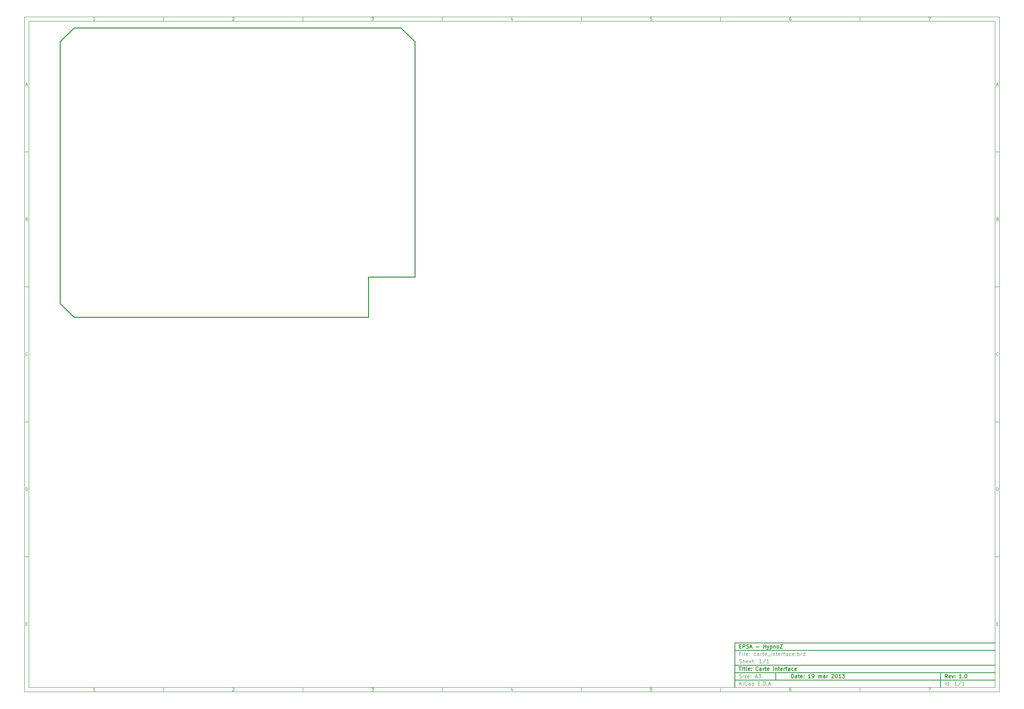
<source format=gbr>
G04 (created by PCBNEW-RS274X (2012-01-19 BZR 3256)-stable) date 19/03/2013 15:18:26*
G01*
G70*
G90*
%MOIN*%
G04 Gerber Fmt 3.4, Leading zero omitted, Abs format*
%FSLAX34Y34*%
G04 APERTURE LIST*
%ADD10C,0.006000*%
%ADD11C,0.012000*%
%ADD12C,0.015000*%
G04 APERTURE END LIST*
G54D10*
X04000Y-04000D02*
X161350Y-04000D01*
X161350Y-113000D01*
X04000Y-113000D01*
X04000Y-04000D01*
X04700Y-04700D02*
X160650Y-04700D01*
X160650Y-112300D01*
X04700Y-112300D01*
X04700Y-04700D01*
X26470Y-04000D02*
X26470Y-04700D01*
X15383Y-04552D02*
X15097Y-04552D01*
X15240Y-04552D02*
X15240Y-04052D01*
X15192Y-04124D01*
X15145Y-04171D01*
X15097Y-04195D01*
X26470Y-113000D02*
X26470Y-112300D01*
X15383Y-112852D02*
X15097Y-112852D01*
X15240Y-112852D02*
X15240Y-112352D01*
X15192Y-112424D01*
X15145Y-112471D01*
X15097Y-112495D01*
X48940Y-04000D02*
X48940Y-04700D01*
X37567Y-04100D02*
X37591Y-04076D01*
X37639Y-04052D01*
X37758Y-04052D01*
X37805Y-04076D01*
X37829Y-04100D01*
X37853Y-04148D01*
X37853Y-04195D01*
X37829Y-04267D01*
X37543Y-04552D01*
X37853Y-04552D01*
X48940Y-113000D02*
X48940Y-112300D01*
X37567Y-112400D02*
X37591Y-112376D01*
X37639Y-112352D01*
X37758Y-112352D01*
X37805Y-112376D01*
X37829Y-112400D01*
X37853Y-112448D01*
X37853Y-112495D01*
X37829Y-112567D01*
X37543Y-112852D01*
X37853Y-112852D01*
X71410Y-04000D02*
X71410Y-04700D01*
X60013Y-04052D02*
X60323Y-04052D01*
X60156Y-04243D01*
X60228Y-04243D01*
X60275Y-04267D01*
X60299Y-04290D01*
X60323Y-04338D01*
X60323Y-04457D01*
X60299Y-04505D01*
X60275Y-04529D01*
X60228Y-04552D01*
X60085Y-04552D01*
X60037Y-04529D01*
X60013Y-04505D01*
X71410Y-113000D02*
X71410Y-112300D01*
X60013Y-112352D02*
X60323Y-112352D01*
X60156Y-112543D01*
X60228Y-112543D01*
X60275Y-112567D01*
X60299Y-112590D01*
X60323Y-112638D01*
X60323Y-112757D01*
X60299Y-112805D01*
X60275Y-112829D01*
X60228Y-112852D01*
X60085Y-112852D01*
X60037Y-112829D01*
X60013Y-112805D01*
X93880Y-04000D02*
X93880Y-04700D01*
X82745Y-04219D02*
X82745Y-04552D01*
X82626Y-04029D02*
X82507Y-04386D01*
X82817Y-04386D01*
X93880Y-113000D02*
X93880Y-112300D01*
X82745Y-112519D02*
X82745Y-112852D01*
X82626Y-112329D02*
X82507Y-112686D01*
X82817Y-112686D01*
X116350Y-04000D02*
X116350Y-04700D01*
X105239Y-04052D02*
X105001Y-04052D01*
X104977Y-04290D01*
X105001Y-04267D01*
X105049Y-04243D01*
X105168Y-04243D01*
X105215Y-04267D01*
X105239Y-04290D01*
X105263Y-04338D01*
X105263Y-04457D01*
X105239Y-04505D01*
X105215Y-04529D01*
X105168Y-04552D01*
X105049Y-04552D01*
X105001Y-04529D01*
X104977Y-04505D01*
X116350Y-113000D02*
X116350Y-112300D01*
X105239Y-112352D02*
X105001Y-112352D01*
X104977Y-112590D01*
X105001Y-112567D01*
X105049Y-112543D01*
X105168Y-112543D01*
X105215Y-112567D01*
X105239Y-112590D01*
X105263Y-112638D01*
X105263Y-112757D01*
X105239Y-112805D01*
X105215Y-112829D01*
X105168Y-112852D01*
X105049Y-112852D01*
X105001Y-112829D01*
X104977Y-112805D01*
X138820Y-04000D02*
X138820Y-04700D01*
X127685Y-04052D02*
X127590Y-04052D01*
X127542Y-04076D01*
X127519Y-04100D01*
X127471Y-04171D01*
X127447Y-04267D01*
X127447Y-04457D01*
X127471Y-04505D01*
X127495Y-04529D01*
X127542Y-04552D01*
X127638Y-04552D01*
X127685Y-04529D01*
X127709Y-04505D01*
X127733Y-04457D01*
X127733Y-04338D01*
X127709Y-04290D01*
X127685Y-04267D01*
X127638Y-04243D01*
X127542Y-04243D01*
X127495Y-04267D01*
X127471Y-04290D01*
X127447Y-04338D01*
X138820Y-113000D02*
X138820Y-112300D01*
X127685Y-112352D02*
X127590Y-112352D01*
X127542Y-112376D01*
X127519Y-112400D01*
X127471Y-112471D01*
X127447Y-112567D01*
X127447Y-112757D01*
X127471Y-112805D01*
X127495Y-112829D01*
X127542Y-112852D01*
X127638Y-112852D01*
X127685Y-112829D01*
X127709Y-112805D01*
X127733Y-112757D01*
X127733Y-112638D01*
X127709Y-112590D01*
X127685Y-112567D01*
X127638Y-112543D01*
X127542Y-112543D01*
X127495Y-112567D01*
X127471Y-112590D01*
X127447Y-112638D01*
X149893Y-04052D02*
X150227Y-04052D01*
X150012Y-04552D01*
X149893Y-112352D02*
X150227Y-112352D01*
X150012Y-112852D01*
X04000Y-25800D02*
X04700Y-25800D01*
X04231Y-14960D02*
X04469Y-14960D01*
X04184Y-15102D02*
X04350Y-14602D01*
X04517Y-15102D01*
X161350Y-25800D02*
X160650Y-25800D01*
X160881Y-14960D02*
X161119Y-14960D01*
X160834Y-15102D02*
X161000Y-14602D01*
X161167Y-15102D01*
X04000Y-47600D02*
X04700Y-47600D01*
X04386Y-36640D02*
X04457Y-36664D01*
X04481Y-36688D01*
X04505Y-36736D01*
X04505Y-36807D01*
X04481Y-36855D01*
X04457Y-36879D01*
X04410Y-36902D01*
X04219Y-36902D01*
X04219Y-36402D01*
X04386Y-36402D01*
X04433Y-36426D01*
X04457Y-36450D01*
X04481Y-36498D01*
X04481Y-36545D01*
X04457Y-36593D01*
X04433Y-36617D01*
X04386Y-36640D01*
X04219Y-36640D01*
X161350Y-47600D02*
X160650Y-47600D01*
X161036Y-36640D02*
X161107Y-36664D01*
X161131Y-36688D01*
X161155Y-36736D01*
X161155Y-36807D01*
X161131Y-36855D01*
X161107Y-36879D01*
X161060Y-36902D01*
X160869Y-36902D01*
X160869Y-36402D01*
X161036Y-36402D01*
X161083Y-36426D01*
X161107Y-36450D01*
X161131Y-36498D01*
X161131Y-36545D01*
X161107Y-36593D01*
X161083Y-36617D01*
X161036Y-36640D01*
X160869Y-36640D01*
X04000Y-69400D02*
X04700Y-69400D01*
X04505Y-58655D02*
X04481Y-58679D01*
X04410Y-58702D01*
X04362Y-58702D01*
X04290Y-58679D01*
X04243Y-58631D01*
X04219Y-58583D01*
X04195Y-58488D01*
X04195Y-58417D01*
X04219Y-58321D01*
X04243Y-58274D01*
X04290Y-58226D01*
X04362Y-58202D01*
X04410Y-58202D01*
X04481Y-58226D01*
X04505Y-58250D01*
X161350Y-69400D02*
X160650Y-69400D01*
X161155Y-58655D02*
X161131Y-58679D01*
X161060Y-58702D01*
X161012Y-58702D01*
X160940Y-58679D01*
X160893Y-58631D01*
X160869Y-58583D01*
X160845Y-58488D01*
X160845Y-58417D01*
X160869Y-58321D01*
X160893Y-58274D01*
X160940Y-58226D01*
X161012Y-58202D01*
X161060Y-58202D01*
X161131Y-58226D01*
X161155Y-58250D01*
X04000Y-91200D02*
X04700Y-91200D01*
X04219Y-80502D02*
X04219Y-80002D01*
X04338Y-80002D01*
X04410Y-80026D01*
X04457Y-80074D01*
X04481Y-80121D01*
X04505Y-80217D01*
X04505Y-80288D01*
X04481Y-80383D01*
X04457Y-80431D01*
X04410Y-80479D01*
X04338Y-80502D01*
X04219Y-80502D01*
X161350Y-91200D02*
X160650Y-91200D01*
X160869Y-80502D02*
X160869Y-80002D01*
X160988Y-80002D01*
X161060Y-80026D01*
X161107Y-80074D01*
X161131Y-80121D01*
X161155Y-80217D01*
X161155Y-80288D01*
X161131Y-80383D01*
X161107Y-80431D01*
X161060Y-80479D01*
X160988Y-80502D01*
X160869Y-80502D01*
X04243Y-102040D02*
X04410Y-102040D01*
X04481Y-102302D02*
X04243Y-102302D01*
X04243Y-101802D01*
X04481Y-101802D01*
X160893Y-102040D02*
X161060Y-102040D01*
X161131Y-102302D02*
X160893Y-102302D01*
X160893Y-101802D01*
X161131Y-101802D01*
G54D11*
X127793Y-110743D02*
X127793Y-110143D01*
X127936Y-110143D01*
X128021Y-110171D01*
X128079Y-110229D01*
X128107Y-110286D01*
X128136Y-110400D01*
X128136Y-110486D01*
X128107Y-110600D01*
X128079Y-110657D01*
X128021Y-110714D01*
X127936Y-110743D01*
X127793Y-110743D01*
X128650Y-110743D02*
X128650Y-110429D01*
X128621Y-110371D01*
X128564Y-110343D01*
X128450Y-110343D01*
X128393Y-110371D01*
X128650Y-110714D02*
X128593Y-110743D01*
X128450Y-110743D01*
X128393Y-110714D01*
X128364Y-110657D01*
X128364Y-110600D01*
X128393Y-110543D01*
X128450Y-110514D01*
X128593Y-110514D01*
X128650Y-110486D01*
X128850Y-110343D02*
X129079Y-110343D01*
X128936Y-110143D02*
X128936Y-110657D01*
X128964Y-110714D01*
X129022Y-110743D01*
X129079Y-110743D01*
X129507Y-110714D02*
X129450Y-110743D01*
X129336Y-110743D01*
X129279Y-110714D01*
X129250Y-110657D01*
X129250Y-110429D01*
X129279Y-110371D01*
X129336Y-110343D01*
X129450Y-110343D01*
X129507Y-110371D01*
X129536Y-110429D01*
X129536Y-110486D01*
X129250Y-110543D01*
X129793Y-110686D02*
X129821Y-110714D01*
X129793Y-110743D01*
X129764Y-110714D01*
X129793Y-110686D01*
X129793Y-110743D01*
X129793Y-110371D02*
X129821Y-110400D01*
X129793Y-110429D01*
X129764Y-110400D01*
X129793Y-110371D01*
X129793Y-110429D01*
X130850Y-110743D02*
X130507Y-110743D01*
X130679Y-110743D02*
X130679Y-110143D01*
X130622Y-110229D01*
X130564Y-110286D01*
X130507Y-110314D01*
X131135Y-110743D02*
X131250Y-110743D01*
X131307Y-110714D01*
X131335Y-110686D01*
X131393Y-110600D01*
X131421Y-110486D01*
X131421Y-110257D01*
X131393Y-110200D01*
X131364Y-110171D01*
X131307Y-110143D01*
X131193Y-110143D01*
X131135Y-110171D01*
X131107Y-110200D01*
X131078Y-110257D01*
X131078Y-110400D01*
X131107Y-110457D01*
X131135Y-110486D01*
X131193Y-110514D01*
X131307Y-110514D01*
X131364Y-110486D01*
X131393Y-110457D01*
X131421Y-110400D01*
X132135Y-110743D02*
X132135Y-110343D01*
X132135Y-110400D02*
X132163Y-110371D01*
X132221Y-110343D01*
X132306Y-110343D01*
X132363Y-110371D01*
X132392Y-110429D01*
X132392Y-110743D01*
X132392Y-110429D02*
X132421Y-110371D01*
X132478Y-110343D01*
X132563Y-110343D01*
X132621Y-110371D01*
X132649Y-110429D01*
X132649Y-110743D01*
X133192Y-110743D02*
X133192Y-110429D01*
X133163Y-110371D01*
X133106Y-110343D01*
X132992Y-110343D01*
X132935Y-110371D01*
X133192Y-110714D02*
X133135Y-110743D01*
X132992Y-110743D01*
X132935Y-110714D01*
X132906Y-110657D01*
X132906Y-110600D01*
X132935Y-110543D01*
X132992Y-110514D01*
X133135Y-110514D01*
X133192Y-110486D01*
X133478Y-110743D02*
X133478Y-110343D01*
X133478Y-110457D02*
X133506Y-110400D01*
X133535Y-110371D01*
X133592Y-110343D01*
X133649Y-110343D01*
X134277Y-110200D02*
X134306Y-110171D01*
X134363Y-110143D01*
X134506Y-110143D01*
X134563Y-110171D01*
X134592Y-110200D01*
X134620Y-110257D01*
X134620Y-110314D01*
X134592Y-110400D01*
X134249Y-110743D01*
X134620Y-110743D01*
X134991Y-110143D02*
X135048Y-110143D01*
X135105Y-110171D01*
X135134Y-110200D01*
X135163Y-110257D01*
X135191Y-110371D01*
X135191Y-110514D01*
X135163Y-110629D01*
X135134Y-110686D01*
X135105Y-110714D01*
X135048Y-110743D01*
X134991Y-110743D01*
X134934Y-110714D01*
X134905Y-110686D01*
X134877Y-110629D01*
X134848Y-110514D01*
X134848Y-110371D01*
X134877Y-110257D01*
X134905Y-110200D01*
X134934Y-110171D01*
X134991Y-110143D01*
X135762Y-110743D02*
X135419Y-110743D01*
X135591Y-110743D02*
X135591Y-110143D01*
X135534Y-110229D01*
X135476Y-110286D01*
X135419Y-110314D01*
X135962Y-110143D02*
X136333Y-110143D01*
X136133Y-110371D01*
X136219Y-110371D01*
X136276Y-110400D01*
X136305Y-110429D01*
X136333Y-110486D01*
X136333Y-110629D01*
X136305Y-110686D01*
X136276Y-110714D01*
X136219Y-110743D01*
X136047Y-110743D01*
X135990Y-110714D01*
X135962Y-110686D01*
G54D10*
X119393Y-111943D02*
X119393Y-111343D01*
X119736Y-111943D02*
X119479Y-111600D01*
X119736Y-111343D02*
X119393Y-111686D01*
X119993Y-111943D02*
X119993Y-111543D01*
X119993Y-111343D02*
X119964Y-111371D01*
X119993Y-111400D01*
X120021Y-111371D01*
X119993Y-111343D01*
X119993Y-111400D01*
X120622Y-111886D02*
X120593Y-111914D01*
X120507Y-111943D01*
X120450Y-111943D01*
X120365Y-111914D01*
X120307Y-111857D01*
X120279Y-111800D01*
X120250Y-111686D01*
X120250Y-111600D01*
X120279Y-111486D01*
X120307Y-111429D01*
X120365Y-111371D01*
X120450Y-111343D01*
X120507Y-111343D01*
X120593Y-111371D01*
X120622Y-111400D01*
X121136Y-111943D02*
X121136Y-111629D01*
X121107Y-111571D01*
X121050Y-111543D01*
X120936Y-111543D01*
X120879Y-111571D01*
X121136Y-111914D02*
X121079Y-111943D01*
X120936Y-111943D01*
X120879Y-111914D01*
X120850Y-111857D01*
X120850Y-111800D01*
X120879Y-111743D01*
X120936Y-111714D01*
X121079Y-111714D01*
X121136Y-111686D01*
X121679Y-111943D02*
X121679Y-111343D01*
X121679Y-111914D02*
X121622Y-111943D01*
X121508Y-111943D01*
X121450Y-111914D01*
X121422Y-111886D01*
X121393Y-111829D01*
X121393Y-111657D01*
X121422Y-111600D01*
X121450Y-111571D01*
X121508Y-111543D01*
X121622Y-111543D01*
X121679Y-111571D01*
X122422Y-111629D02*
X122622Y-111629D01*
X122708Y-111943D02*
X122422Y-111943D01*
X122422Y-111343D01*
X122708Y-111343D01*
X122965Y-111886D02*
X122993Y-111914D01*
X122965Y-111943D01*
X122936Y-111914D01*
X122965Y-111886D01*
X122965Y-111943D01*
X123251Y-111943D02*
X123251Y-111343D01*
X123394Y-111343D01*
X123479Y-111371D01*
X123537Y-111429D01*
X123565Y-111486D01*
X123594Y-111600D01*
X123594Y-111686D01*
X123565Y-111800D01*
X123537Y-111857D01*
X123479Y-111914D01*
X123394Y-111943D01*
X123251Y-111943D01*
X123851Y-111886D02*
X123879Y-111914D01*
X123851Y-111943D01*
X123822Y-111914D01*
X123851Y-111886D01*
X123851Y-111943D01*
X124108Y-111771D02*
X124394Y-111771D01*
X124051Y-111943D02*
X124251Y-111343D01*
X124451Y-111943D01*
X124651Y-111886D02*
X124679Y-111914D01*
X124651Y-111943D01*
X124622Y-111914D01*
X124651Y-111886D01*
X124651Y-111943D01*
G54D11*
X152936Y-110743D02*
X152736Y-110457D01*
X152593Y-110743D02*
X152593Y-110143D01*
X152821Y-110143D01*
X152879Y-110171D01*
X152907Y-110200D01*
X152936Y-110257D01*
X152936Y-110343D01*
X152907Y-110400D01*
X152879Y-110429D01*
X152821Y-110457D01*
X152593Y-110457D01*
X153421Y-110714D02*
X153364Y-110743D01*
X153250Y-110743D01*
X153193Y-110714D01*
X153164Y-110657D01*
X153164Y-110429D01*
X153193Y-110371D01*
X153250Y-110343D01*
X153364Y-110343D01*
X153421Y-110371D01*
X153450Y-110429D01*
X153450Y-110486D01*
X153164Y-110543D01*
X153650Y-110343D02*
X153793Y-110743D01*
X153935Y-110343D01*
X154164Y-110686D02*
X154192Y-110714D01*
X154164Y-110743D01*
X154135Y-110714D01*
X154164Y-110686D01*
X154164Y-110743D01*
X154164Y-110371D02*
X154192Y-110400D01*
X154164Y-110429D01*
X154135Y-110400D01*
X154164Y-110371D01*
X154164Y-110429D01*
X155221Y-110743D02*
X154878Y-110743D01*
X155050Y-110743D02*
X155050Y-110143D01*
X154993Y-110229D01*
X154935Y-110286D01*
X154878Y-110314D01*
X155478Y-110686D02*
X155506Y-110714D01*
X155478Y-110743D01*
X155449Y-110714D01*
X155478Y-110686D01*
X155478Y-110743D01*
X155878Y-110143D02*
X155935Y-110143D01*
X155992Y-110171D01*
X156021Y-110200D01*
X156050Y-110257D01*
X156078Y-110371D01*
X156078Y-110514D01*
X156050Y-110629D01*
X156021Y-110686D01*
X155992Y-110714D01*
X155935Y-110743D01*
X155878Y-110743D01*
X155821Y-110714D01*
X155792Y-110686D01*
X155764Y-110629D01*
X155735Y-110514D01*
X155735Y-110371D01*
X155764Y-110257D01*
X155792Y-110200D01*
X155821Y-110171D01*
X155878Y-110143D01*
G54D10*
X119364Y-110714D02*
X119450Y-110743D01*
X119593Y-110743D01*
X119650Y-110714D01*
X119679Y-110686D01*
X119707Y-110629D01*
X119707Y-110571D01*
X119679Y-110514D01*
X119650Y-110486D01*
X119593Y-110457D01*
X119479Y-110429D01*
X119421Y-110400D01*
X119393Y-110371D01*
X119364Y-110314D01*
X119364Y-110257D01*
X119393Y-110200D01*
X119421Y-110171D01*
X119479Y-110143D01*
X119621Y-110143D01*
X119707Y-110171D01*
X119964Y-110743D02*
X119964Y-110343D01*
X119964Y-110143D02*
X119935Y-110171D01*
X119964Y-110200D01*
X119992Y-110171D01*
X119964Y-110143D01*
X119964Y-110200D01*
X120193Y-110343D02*
X120507Y-110343D01*
X120193Y-110743D01*
X120507Y-110743D01*
X120964Y-110714D02*
X120907Y-110743D01*
X120793Y-110743D01*
X120736Y-110714D01*
X120707Y-110657D01*
X120707Y-110429D01*
X120736Y-110371D01*
X120793Y-110343D01*
X120907Y-110343D01*
X120964Y-110371D01*
X120993Y-110429D01*
X120993Y-110486D01*
X120707Y-110543D01*
X121250Y-110686D02*
X121278Y-110714D01*
X121250Y-110743D01*
X121221Y-110714D01*
X121250Y-110686D01*
X121250Y-110743D01*
X121250Y-110371D02*
X121278Y-110400D01*
X121250Y-110429D01*
X121221Y-110400D01*
X121250Y-110371D01*
X121250Y-110429D01*
X121964Y-110571D02*
X122250Y-110571D01*
X121907Y-110743D02*
X122107Y-110143D01*
X122307Y-110743D01*
X122450Y-110143D02*
X122821Y-110143D01*
X122621Y-110371D01*
X122707Y-110371D01*
X122764Y-110400D01*
X122793Y-110429D01*
X122821Y-110486D01*
X122821Y-110629D01*
X122793Y-110686D01*
X122764Y-110714D01*
X122707Y-110743D01*
X122535Y-110743D01*
X122478Y-110714D01*
X122450Y-110686D01*
X152593Y-111943D02*
X152593Y-111343D01*
X153136Y-111943D02*
X153136Y-111343D01*
X153136Y-111914D02*
X153079Y-111943D01*
X152965Y-111943D01*
X152907Y-111914D01*
X152879Y-111886D01*
X152850Y-111829D01*
X152850Y-111657D01*
X152879Y-111600D01*
X152907Y-111571D01*
X152965Y-111543D01*
X153079Y-111543D01*
X153136Y-111571D01*
X153422Y-111886D02*
X153450Y-111914D01*
X153422Y-111943D01*
X153393Y-111914D01*
X153422Y-111886D01*
X153422Y-111943D01*
X153422Y-111571D02*
X153450Y-111600D01*
X153422Y-111629D01*
X153393Y-111600D01*
X153422Y-111571D01*
X153422Y-111629D01*
X154479Y-111943D02*
X154136Y-111943D01*
X154308Y-111943D02*
X154308Y-111343D01*
X154251Y-111429D01*
X154193Y-111486D01*
X154136Y-111514D01*
X155164Y-111314D02*
X154650Y-112086D01*
X155679Y-111943D02*
X155336Y-111943D01*
X155508Y-111943D02*
X155508Y-111343D01*
X155451Y-111429D01*
X155393Y-111486D01*
X155336Y-111514D01*
G54D11*
X119307Y-108943D02*
X119650Y-108943D01*
X119479Y-109543D02*
X119479Y-108943D01*
X119850Y-109543D02*
X119850Y-109143D01*
X119850Y-108943D02*
X119821Y-108971D01*
X119850Y-109000D01*
X119878Y-108971D01*
X119850Y-108943D01*
X119850Y-109000D01*
X120050Y-109143D02*
X120279Y-109143D01*
X120136Y-108943D02*
X120136Y-109457D01*
X120164Y-109514D01*
X120222Y-109543D01*
X120279Y-109543D01*
X120565Y-109543D02*
X120507Y-109514D01*
X120479Y-109457D01*
X120479Y-108943D01*
X121021Y-109514D02*
X120964Y-109543D01*
X120850Y-109543D01*
X120793Y-109514D01*
X120764Y-109457D01*
X120764Y-109229D01*
X120793Y-109171D01*
X120850Y-109143D01*
X120964Y-109143D01*
X121021Y-109171D01*
X121050Y-109229D01*
X121050Y-109286D01*
X120764Y-109343D01*
X121307Y-109486D02*
X121335Y-109514D01*
X121307Y-109543D01*
X121278Y-109514D01*
X121307Y-109486D01*
X121307Y-109543D01*
X121307Y-109171D02*
X121335Y-109200D01*
X121307Y-109229D01*
X121278Y-109200D01*
X121307Y-109171D01*
X121307Y-109229D01*
X122393Y-109486D02*
X122364Y-109514D01*
X122278Y-109543D01*
X122221Y-109543D01*
X122136Y-109514D01*
X122078Y-109457D01*
X122050Y-109400D01*
X122021Y-109286D01*
X122021Y-109200D01*
X122050Y-109086D01*
X122078Y-109029D01*
X122136Y-108971D01*
X122221Y-108943D01*
X122278Y-108943D01*
X122364Y-108971D01*
X122393Y-109000D01*
X122907Y-109543D02*
X122907Y-109229D01*
X122878Y-109171D01*
X122821Y-109143D01*
X122707Y-109143D01*
X122650Y-109171D01*
X122907Y-109514D02*
X122850Y-109543D01*
X122707Y-109543D01*
X122650Y-109514D01*
X122621Y-109457D01*
X122621Y-109400D01*
X122650Y-109343D01*
X122707Y-109314D01*
X122850Y-109314D01*
X122907Y-109286D01*
X123193Y-109543D02*
X123193Y-109143D01*
X123193Y-109257D02*
X123221Y-109200D01*
X123250Y-109171D01*
X123307Y-109143D01*
X123364Y-109143D01*
X123478Y-109143D02*
X123707Y-109143D01*
X123564Y-108943D02*
X123564Y-109457D01*
X123592Y-109514D01*
X123650Y-109543D01*
X123707Y-109543D01*
X124135Y-109514D02*
X124078Y-109543D01*
X123964Y-109543D01*
X123907Y-109514D01*
X123878Y-109457D01*
X123878Y-109229D01*
X123907Y-109171D01*
X123964Y-109143D01*
X124078Y-109143D01*
X124135Y-109171D01*
X124164Y-109229D01*
X124164Y-109286D01*
X123878Y-109343D01*
X124878Y-109543D02*
X124878Y-109143D01*
X124878Y-108943D02*
X124849Y-108971D01*
X124878Y-109000D01*
X124906Y-108971D01*
X124878Y-108943D01*
X124878Y-109000D01*
X125164Y-109143D02*
X125164Y-109543D01*
X125164Y-109200D02*
X125192Y-109171D01*
X125250Y-109143D01*
X125335Y-109143D01*
X125392Y-109171D01*
X125421Y-109229D01*
X125421Y-109543D01*
X125621Y-109143D02*
X125850Y-109143D01*
X125707Y-108943D02*
X125707Y-109457D01*
X125735Y-109514D01*
X125793Y-109543D01*
X125850Y-109543D01*
X126278Y-109514D02*
X126221Y-109543D01*
X126107Y-109543D01*
X126050Y-109514D01*
X126021Y-109457D01*
X126021Y-109229D01*
X126050Y-109171D01*
X126107Y-109143D01*
X126221Y-109143D01*
X126278Y-109171D01*
X126307Y-109229D01*
X126307Y-109286D01*
X126021Y-109343D01*
X126564Y-109543D02*
X126564Y-109143D01*
X126564Y-109257D02*
X126592Y-109200D01*
X126621Y-109171D01*
X126678Y-109143D01*
X126735Y-109143D01*
X126849Y-109143D02*
X127078Y-109143D01*
X126935Y-109543D02*
X126935Y-109029D01*
X126963Y-108971D01*
X127021Y-108943D01*
X127078Y-108943D01*
X127535Y-109543D02*
X127535Y-109229D01*
X127506Y-109171D01*
X127449Y-109143D01*
X127335Y-109143D01*
X127278Y-109171D01*
X127535Y-109514D02*
X127478Y-109543D01*
X127335Y-109543D01*
X127278Y-109514D01*
X127249Y-109457D01*
X127249Y-109400D01*
X127278Y-109343D01*
X127335Y-109314D01*
X127478Y-109314D01*
X127535Y-109286D01*
X128078Y-109514D02*
X128021Y-109543D01*
X127907Y-109543D01*
X127849Y-109514D01*
X127821Y-109486D01*
X127792Y-109429D01*
X127792Y-109257D01*
X127821Y-109200D01*
X127849Y-109171D01*
X127907Y-109143D01*
X128021Y-109143D01*
X128078Y-109171D01*
X128563Y-109514D02*
X128506Y-109543D01*
X128392Y-109543D01*
X128335Y-109514D01*
X128306Y-109457D01*
X128306Y-109229D01*
X128335Y-109171D01*
X128392Y-109143D01*
X128506Y-109143D01*
X128563Y-109171D01*
X128592Y-109229D01*
X128592Y-109286D01*
X128306Y-109343D01*
G54D10*
X119593Y-106829D02*
X119393Y-106829D01*
X119393Y-107143D02*
X119393Y-106543D01*
X119679Y-106543D01*
X119907Y-107143D02*
X119907Y-106743D01*
X119907Y-106543D02*
X119878Y-106571D01*
X119907Y-106600D01*
X119935Y-106571D01*
X119907Y-106543D01*
X119907Y-106600D01*
X120279Y-107143D02*
X120221Y-107114D01*
X120193Y-107057D01*
X120193Y-106543D01*
X120735Y-107114D02*
X120678Y-107143D01*
X120564Y-107143D01*
X120507Y-107114D01*
X120478Y-107057D01*
X120478Y-106829D01*
X120507Y-106771D01*
X120564Y-106743D01*
X120678Y-106743D01*
X120735Y-106771D01*
X120764Y-106829D01*
X120764Y-106886D01*
X120478Y-106943D01*
X121021Y-107086D02*
X121049Y-107114D01*
X121021Y-107143D01*
X120992Y-107114D01*
X121021Y-107086D01*
X121021Y-107143D01*
X121021Y-106771D02*
X121049Y-106800D01*
X121021Y-106829D01*
X120992Y-106800D01*
X121021Y-106771D01*
X121021Y-106829D01*
X122021Y-107114D02*
X121964Y-107143D01*
X121850Y-107143D01*
X121792Y-107114D01*
X121764Y-107086D01*
X121735Y-107029D01*
X121735Y-106857D01*
X121764Y-106800D01*
X121792Y-106771D01*
X121850Y-106743D01*
X121964Y-106743D01*
X122021Y-106771D01*
X122535Y-107143D02*
X122535Y-106829D01*
X122506Y-106771D01*
X122449Y-106743D01*
X122335Y-106743D01*
X122278Y-106771D01*
X122535Y-107114D02*
X122478Y-107143D01*
X122335Y-107143D01*
X122278Y-107114D01*
X122249Y-107057D01*
X122249Y-107000D01*
X122278Y-106943D01*
X122335Y-106914D01*
X122478Y-106914D01*
X122535Y-106886D01*
X122821Y-107143D02*
X122821Y-106743D01*
X122821Y-106857D02*
X122849Y-106800D01*
X122878Y-106771D01*
X122935Y-106743D01*
X122992Y-106743D01*
X123106Y-106743D02*
X123335Y-106743D01*
X123192Y-106543D02*
X123192Y-107057D01*
X123220Y-107114D01*
X123278Y-107143D01*
X123335Y-107143D01*
X123763Y-107114D02*
X123706Y-107143D01*
X123592Y-107143D01*
X123535Y-107114D01*
X123506Y-107057D01*
X123506Y-106829D01*
X123535Y-106771D01*
X123592Y-106743D01*
X123706Y-106743D01*
X123763Y-106771D01*
X123792Y-106829D01*
X123792Y-106886D01*
X123506Y-106943D01*
X123906Y-107200D02*
X124363Y-107200D01*
X124506Y-107143D02*
X124506Y-106743D01*
X124506Y-106543D02*
X124477Y-106571D01*
X124506Y-106600D01*
X124534Y-106571D01*
X124506Y-106543D01*
X124506Y-106600D01*
X124792Y-106743D02*
X124792Y-107143D01*
X124792Y-106800D02*
X124820Y-106771D01*
X124878Y-106743D01*
X124963Y-106743D01*
X125020Y-106771D01*
X125049Y-106829D01*
X125049Y-107143D01*
X125249Y-106743D02*
X125478Y-106743D01*
X125335Y-106543D02*
X125335Y-107057D01*
X125363Y-107114D01*
X125421Y-107143D01*
X125478Y-107143D01*
X125906Y-107114D02*
X125849Y-107143D01*
X125735Y-107143D01*
X125678Y-107114D01*
X125649Y-107057D01*
X125649Y-106829D01*
X125678Y-106771D01*
X125735Y-106743D01*
X125849Y-106743D01*
X125906Y-106771D01*
X125935Y-106829D01*
X125935Y-106886D01*
X125649Y-106943D01*
X126192Y-107143D02*
X126192Y-106743D01*
X126192Y-106857D02*
X126220Y-106800D01*
X126249Y-106771D01*
X126306Y-106743D01*
X126363Y-106743D01*
X126477Y-106743D02*
X126706Y-106743D01*
X126563Y-107143D02*
X126563Y-106629D01*
X126591Y-106571D01*
X126649Y-106543D01*
X126706Y-106543D01*
X127163Y-107143D02*
X127163Y-106829D01*
X127134Y-106771D01*
X127077Y-106743D01*
X126963Y-106743D01*
X126906Y-106771D01*
X127163Y-107114D02*
X127106Y-107143D01*
X126963Y-107143D01*
X126906Y-107114D01*
X126877Y-107057D01*
X126877Y-107000D01*
X126906Y-106943D01*
X126963Y-106914D01*
X127106Y-106914D01*
X127163Y-106886D01*
X127706Y-107114D02*
X127649Y-107143D01*
X127535Y-107143D01*
X127477Y-107114D01*
X127449Y-107086D01*
X127420Y-107029D01*
X127420Y-106857D01*
X127449Y-106800D01*
X127477Y-106771D01*
X127535Y-106743D01*
X127649Y-106743D01*
X127706Y-106771D01*
X128191Y-107114D02*
X128134Y-107143D01*
X128020Y-107143D01*
X127963Y-107114D01*
X127934Y-107057D01*
X127934Y-106829D01*
X127963Y-106771D01*
X128020Y-106743D01*
X128134Y-106743D01*
X128191Y-106771D01*
X128220Y-106829D01*
X128220Y-106886D01*
X127934Y-106943D01*
X128477Y-107086D02*
X128505Y-107114D01*
X128477Y-107143D01*
X128448Y-107114D01*
X128477Y-107086D01*
X128477Y-107143D01*
X128763Y-107143D02*
X128763Y-106543D01*
X128763Y-106771D02*
X128820Y-106743D01*
X128934Y-106743D01*
X128991Y-106771D01*
X129020Y-106800D01*
X129049Y-106857D01*
X129049Y-107029D01*
X129020Y-107086D01*
X128991Y-107114D01*
X128934Y-107143D01*
X128820Y-107143D01*
X128763Y-107114D01*
X129306Y-107143D02*
X129306Y-106743D01*
X129306Y-106857D02*
X129334Y-106800D01*
X129363Y-106771D01*
X129420Y-106743D01*
X129477Y-106743D01*
X129934Y-107143D02*
X129934Y-106543D01*
X129934Y-107114D02*
X129877Y-107143D01*
X129763Y-107143D01*
X129705Y-107114D01*
X129677Y-107086D01*
X129648Y-107029D01*
X129648Y-106857D01*
X129677Y-106800D01*
X129705Y-106771D01*
X129763Y-106743D01*
X129877Y-106743D01*
X129934Y-106771D01*
X119364Y-108314D02*
X119450Y-108343D01*
X119593Y-108343D01*
X119650Y-108314D01*
X119679Y-108286D01*
X119707Y-108229D01*
X119707Y-108171D01*
X119679Y-108114D01*
X119650Y-108086D01*
X119593Y-108057D01*
X119479Y-108029D01*
X119421Y-108000D01*
X119393Y-107971D01*
X119364Y-107914D01*
X119364Y-107857D01*
X119393Y-107800D01*
X119421Y-107771D01*
X119479Y-107743D01*
X119621Y-107743D01*
X119707Y-107771D01*
X119964Y-108343D02*
X119964Y-107743D01*
X120221Y-108343D02*
X120221Y-108029D01*
X120192Y-107971D01*
X120135Y-107943D01*
X120050Y-107943D01*
X119992Y-107971D01*
X119964Y-108000D01*
X120735Y-108314D02*
X120678Y-108343D01*
X120564Y-108343D01*
X120507Y-108314D01*
X120478Y-108257D01*
X120478Y-108029D01*
X120507Y-107971D01*
X120564Y-107943D01*
X120678Y-107943D01*
X120735Y-107971D01*
X120764Y-108029D01*
X120764Y-108086D01*
X120478Y-108143D01*
X121249Y-108314D02*
X121192Y-108343D01*
X121078Y-108343D01*
X121021Y-108314D01*
X120992Y-108257D01*
X120992Y-108029D01*
X121021Y-107971D01*
X121078Y-107943D01*
X121192Y-107943D01*
X121249Y-107971D01*
X121278Y-108029D01*
X121278Y-108086D01*
X120992Y-108143D01*
X121449Y-107943D02*
X121678Y-107943D01*
X121535Y-107743D02*
X121535Y-108257D01*
X121563Y-108314D01*
X121621Y-108343D01*
X121678Y-108343D01*
X121878Y-108286D02*
X121906Y-108314D01*
X121878Y-108343D01*
X121849Y-108314D01*
X121878Y-108286D01*
X121878Y-108343D01*
X121878Y-107971D02*
X121906Y-108000D01*
X121878Y-108029D01*
X121849Y-108000D01*
X121878Y-107971D01*
X121878Y-108029D01*
X122935Y-108343D02*
X122592Y-108343D01*
X122764Y-108343D02*
X122764Y-107743D01*
X122707Y-107829D01*
X122649Y-107886D01*
X122592Y-107914D01*
X123620Y-107714D02*
X123106Y-108486D01*
X124135Y-108343D02*
X123792Y-108343D01*
X123964Y-108343D02*
X123964Y-107743D01*
X123907Y-107829D01*
X123849Y-107886D01*
X123792Y-107914D01*
G54D11*
X119393Y-105629D02*
X119593Y-105629D01*
X119679Y-105943D02*
X119393Y-105943D01*
X119393Y-105343D01*
X119679Y-105343D01*
X119936Y-105943D02*
X119936Y-105343D01*
X120164Y-105343D01*
X120222Y-105371D01*
X120250Y-105400D01*
X120279Y-105457D01*
X120279Y-105543D01*
X120250Y-105600D01*
X120222Y-105629D01*
X120164Y-105657D01*
X119936Y-105657D01*
X120507Y-105914D02*
X120593Y-105943D01*
X120736Y-105943D01*
X120793Y-105914D01*
X120822Y-105886D01*
X120850Y-105829D01*
X120850Y-105771D01*
X120822Y-105714D01*
X120793Y-105686D01*
X120736Y-105657D01*
X120622Y-105629D01*
X120564Y-105600D01*
X120536Y-105571D01*
X120507Y-105514D01*
X120507Y-105457D01*
X120536Y-105400D01*
X120564Y-105371D01*
X120622Y-105343D01*
X120764Y-105343D01*
X120850Y-105371D01*
X121078Y-105771D02*
X121364Y-105771D01*
X121021Y-105943D02*
X121221Y-105343D01*
X121421Y-105943D01*
X122078Y-105714D02*
X122535Y-105714D01*
X123278Y-105943D02*
X123278Y-105343D01*
X123278Y-105629D02*
X123621Y-105629D01*
X123621Y-105943D02*
X123621Y-105343D01*
X123850Y-105543D02*
X123993Y-105943D01*
X124135Y-105543D02*
X123993Y-105943D01*
X123935Y-106086D01*
X123907Y-106114D01*
X123850Y-106143D01*
X124364Y-105543D02*
X124364Y-106143D01*
X124364Y-105571D02*
X124421Y-105543D01*
X124535Y-105543D01*
X124592Y-105571D01*
X124621Y-105600D01*
X124650Y-105657D01*
X124650Y-105829D01*
X124621Y-105886D01*
X124592Y-105914D01*
X124535Y-105943D01*
X124421Y-105943D01*
X124364Y-105914D01*
X124907Y-105543D02*
X124907Y-105943D01*
X124907Y-105600D02*
X124935Y-105571D01*
X124993Y-105543D01*
X125078Y-105543D01*
X125135Y-105571D01*
X125164Y-105629D01*
X125164Y-105943D01*
X125536Y-105943D02*
X125478Y-105914D01*
X125450Y-105886D01*
X125421Y-105829D01*
X125421Y-105657D01*
X125450Y-105600D01*
X125478Y-105571D01*
X125536Y-105543D01*
X125621Y-105543D01*
X125678Y-105571D01*
X125707Y-105600D01*
X125736Y-105657D01*
X125736Y-105829D01*
X125707Y-105886D01*
X125678Y-105914D01*
X125621Y-105943D01*
X125536Y-105943D01*
X125936Y-105343D02*
X126336Y-105343D01*
X125936Y-105943D01*
X126336Y-105943D01*
X118650Y-105100D02*
X118650Y-112300D01*
X118650Y-106300D02*
X160650Y-106300D01*
X118650Y-105100D02*
X160650Y-105100D01*
X118650Y-108700D02*
X160650Y-108700D01*
X151850Y-109900D02*
X151850Y-112300D01*
X118650Y-111100D02*
X160650Y-111100D01*
X118650Y-109900D02*
X160650Y-109900D01*
X125250Y-109900D02*
X125250Y-111100D01*
G54D12*
X09750Y-08000D02*
X09750Y-08750D01*
X12000Y-05750D02*
X09750Y-08000D01*
X64750Y-05750D02*
X12000Y-05750D01*
X67000Y-08000D02*
X64750Y-05750D01*
X67000Y-08750D02*
X67000Y-08000D01*
X12000Y-52500D02*
X22500Y-52500D01*
X09750Y-50250D02*
X09750Y-08750D01*
X12000Y-52500D02*
X09750Y-50250D01*
X67000Y-08750D02*
X67000Y-46000D01*
X67000Y-21500D02*
X67000Y-46000D01*
X59500Y-52500D02*
X22500Y-52500D01*
X59500Y-46000D02*
X59500Y-52500D01*
X59500Y-46000D02*
X67000Y-46000D01*
M02*

</source>
